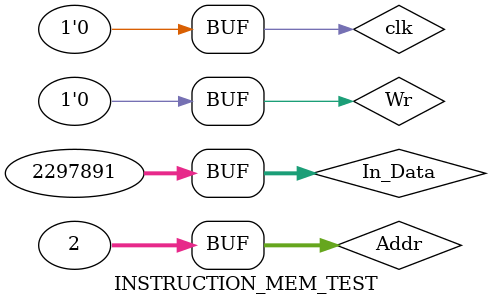
<source format=v>
`timescale 1ns / 1ps


module INSTRUCTION_MEM_TEST;

	// Inputs
	reg clk;
	reg Wr;
	reg [31:0] Addr;
	reg [31:0] In_Data;

	// Outputs
	wire [31:0] Data;
	wire wire_douta;

	// Instantiate the Unit Under Test (UUT)
	INSTRUCTION_MEM uut (
		.clk(clk), 
		.Wr(Wr), 
		.Addr(Addr), 
		.In_Data(In_Data), 
		.Data(Data), 
		.wire_douta(wire_douta)
	);

	initial begin
		// Initialize Inputs
		clk = 0;
		Addr = 0;
		Wr = 1;
		In_Data = 'hac030000;
		#100 clk = ~clk;
		#100 clk = ~clk;
		In_Data = 'h00423821;
		Addr = 1;
		#100 clk = ~clk;
		#100 clk = ~clk;
		In_Data = 'h00231023;
		Addr = 2;
		#100 clk = ~clk;
		#100 clk = ~clk;
		Wr = 0;
		Addr = 0;
		#100 clk = ~clk;
		#100 clk = ~clk;
		Addr = 1;
		#100 clk = ~clk;
		#100 clk = ~clk;
		Addr = 2;
	end
	
endmodule


</source>
